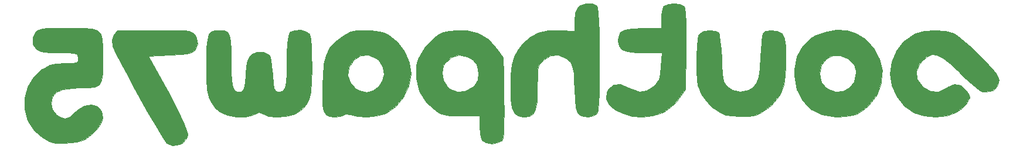
<source format=gbl>
G04 #@! TF.GenerationSoftware,KiCad,Pcbnew,(5.1.4)-1*
G04 #@! TF.CreationDate,2020-09-27T05:02:13-04:00*
G04 #@! TF.ProjectId,southpawcase,736f7574-6870-4617-9763-6173652e6b69,rev?*
G04 #@! TF.SameCoordinates,Original*
G04 #@! TF.FileFunction,Copper,L2,Bot*
G04 #@! TF.FilePolarity,Positive*
%FSLAX46Y46*%
G04 Gerber Fmt 4.6, Leading zero omitted, Abs format (unit mm)*
G04 Created by KiCad (PCBNEW (5.1.4)-1) date 2020-09-27 05:02:13*
%MOMM*%
%LPD*%
G04 APERTURE LIST*
G04 #@! TA.AperFunction,EtchedComponent*
%ADD10C,0.010000*%
G04 #@! TD*
G04 APERTURE END LIST*
D10*
G04 #@! TO.C,G\002A\002A\002A*
G36*
X130571094Y-49235399D02*
G01*
X130252346Y-49970181D01*
X130358416Y-50758600D01*
X130390709Y-50854431D01*
X130651944Y-51451117D01*
X131145337Y-52442798D01*
X131822414Y-53742038D01*
X132634700Y-55261396D01*
X133533718Y-56913435D01*
X134470996Y-58610715D01*
X135398056Y-60265798D01*
X136266424Y-61791244D01*
X137027625Y-63099616D01*
X137633184Y-64103473D01*
X138034625Y-64715378D01*
X138151944Y-64854044D01*
X139044357Y-65202496D01*
X140053793Y-65032497D01*
X140539319Y-64762393D01*
X141099091Y-64038633D01*
X141201001Y-63492393D01*
X141061544Y-62985729D01*
X140674086Y-62051506D01*
X140082610Y-60783631D01*
X139331095Y-59276015D01*
X138463523Y-57622564D01*
X138374963Y-57458161D01*
X135551379Y-52228750D01*
X138701341Y-52079338D01*
X140156303Y-51995220D01*
X141131677Y-51891309D01*
X141745507Y-51743504D01*
X142115837Y-51527707D01*
X142274438Y-51349871D01*
X142664108Y-50476977D01*
X142495864Y-49598338D01*
X142232394Y-49157593D01*
X142043410Y-48920827D01*
X141798611Y-48748251D01*
X141409169Y-48629729D01*
X140786259Y-48555126D01*
X139841055Y-48514306D01*
X138484730Y-48497132D01*
X136628460Y-48493469D01*
X136412224Y-48493455D01*
X131057234Y-48493455D01*
X130571094Y-49235399D01*
X130571094Y-49235399D01*
G37*
X130571094Y-49235399D02*
X130252346Y-49970181D01*
X130358416Y-50758600D01*
X130390709Y-50854431D01*
X130651944Y-51451117D01*
X131145337Y-52442798D01*
X131822414Y-53742038D01*
X132634700Y-55261396D01*
X133533718Y-56913435D01*
X134470996Y-58610715D01*
X135398056Y-60265798D01*
X136266424Y-61791244D01*
X137027625Y-63099616D01*
X137633184Y-64103473D01*
X138034625Y-64715378D01*
X138151944Y-64854044D01*
X139044357Y-65202496D01*
X140053793Y-65032497D01*
X140539319Y-64762393D01*
X141099091Y-64038633D01*
X141201001Y-63492393D01*
X141061544Y-62985729D01*
X140674086Y-62051506D01*
X140082610Y-60783631D01*
X139331095Y-59276015D01*
X138463523Y-57622564D01*
X138374963Y-57458161D01*
X135551379Y-52228750D01*
X138701341Y-52079338D01*
X140156303Y-51995220D01*
X141131677Y-51891309D01*
X141745507Y-51743504D01*
X142115837Y-51527707D01*
X142274438Y-51349871D01*
X142664108Y-50476977D01*
X142495864Y-49598338D01*
X142232394Y-49157593D01*
X142043410Y-48920827D01*
X141798611Y-48748251D01*
X141409169Y-48629729D01*
X140786259Y-48555126D01*
X139841055Y-48514306D01*
X138484730Y-48497132D01*
X136628460Y-48493469D01*
X136412224Y-48493455D01*
X131057234Y-48493455D01*
X130571094Y-49235399D01*
G36*
X178937525Y-48640554D02*
G01*
X178106312Y-48816842D01*
X177434548Y-49147139D01*
X176860092Y-49571776D01*
X175371113Y-51061397D01*
X174467719Y-52661537D01*
X174222280Y-53580415D01*
X174182648Y-55510314D01*
X174684477Y-57343949D01*
X175676762Y-58960161D01*
X176991920Y-60159776D01*
X177596865Y-60524164D01*
X178220940Y-60744809D01*
X179038448Y-60856243D01*
X180223688Y-60893001D01*
X180700973Y-60894632D01*
X183337574Y-60894632D01*
X183337574Y-62333689D01*
X183420107Y-63618503D01*
X183710190Y-64416827D01*
X184271546Y-64822256D01*
X185104439Y-64928750D01*
X185942731Y-64824205D01*
X186540587Y-64566363D01*
X186606017Y-64502944D01*
X186738884Y-64123703D01*
X186829003Y-63328330D01*
X186878309Y-62070478D01*
X186888735Y-60303796D01*
X186866724Y-58256033D01*
X186811202Y-54768750D01*
X183174579Y-54768750D01*
X183075074Y-55727461D01*
X182693800Y-56404358D01*
X182342942Y-56742817D01*
X181251624Y-57354008D01*
X180109634Y-57437818D01*
X179060157Y-56997204D01*
X178691540Y-56667467D01*
X178155758Y-55747118D01*
X177958405Y-54654527D01*
X178124848Y-53637638D01*
X178341783Y-53248737D01*
X179296558Y-52434015D01*
X180431070Y-52120971D01*
X181591534Y-52327054D01*
X182342942Y-52794682D01*
X182919811Y-53441489D01*
X183150355Y-54216872D01*
X183174579Y-54768750D01*
X186811202Y-54768750D01*
X186774044Y-52434927D01*
X185833222Y-51137184D01*
X184598535Y-49786304D01*
X183177580Y-48945276D01*
X181469162Y-48568060D01*
X180147151Y-48550226D01*
X178937525Y-48640554D01*
X178937525Y-48640554D01*
G37*
X178937525Y-48640554D02*
X178106312Y-48816842D01*
X177434548Y-49147139D01*
X176860092Y-49571776D01*
X175371113Y-51061397D01*
X174467719Y-52661537D01*
X174222280Y-53580415D01*
X174182648Y-55510314D01*
X174684477Y-57343949D01*
X175676762Y-58960161D01*
X176991920Y-60159776D01*
X177596865Y-60524164D01*
X178220940Y-60744809D01*
X179038448Y-60856243D01*
X180223688Y-60893001D01*
X180700973Y-60894632D01*
X183337574Y-60894632D01*
X183337574Y-62333689D01*
X183420107Y-63618503D01*
X183710190Y-64416827D01*
X184271546Y-64822256D01*
X185104439Y-64928750D01*
X185942731Y-64824205D01*
X186540587Y-64566363D01*
X186606017Y-64502944D01*
X186738884Y-64123703D01*
X186829003Y-63328330D01*
X186878309Y-62070478D01*
X186888735Y-60303796D01*
X186866724Y-58256033D01*
X186811202Y-54768750D01*
X183174579Y-54768750D01*
X183075074Y-55727461D01*
X182693800Y-56404358D01*
X182342942Y-56742817D01*
X181251624Y-57354008D01*
X180109634Y-57437818D01*
X179060157Y-56997204D01*
X178691540Y-56667467D01*
X178155758Y-55747118D01*
X177958405Y-54654527D01*
X178124848Y-53637638D01*
X178341783Y-53248737D01*
X179296558Y-52434015D01*
X180431070Y-52120971D01*
X181591534Y-52327054D01*
X182342942Y-52794682D01*
X182919811Y-53441489D01*
X183150355Y-54216872D01*
X183174579Y-54768750D01*
X186811202Y-54768750D01*
X186774044Y-52434927D01*
X185833222Y-51137184D01*
X184598535Y-49786304D01*
X183177580Y-48945276D01*
X181469162Y-48568060D01*
X180147151Y-48550226D01*
X178937525Y-48640554D01*
G36*
X123819770Y-48194632D02*
G01*
X122158762Y-48203622D01*
X120990740Y-48238988D01*
X120211198Y-48313329D01*
X119715634Y-48439241D01*
X119399543Y-48629321D01*
X119286240Y-48741103D01*
X118856701Y-49591730D01*
X118880800Y-50526193D01*
X119338162Y-51285965D01*
X119763607Y-51537924D01*
X120443496Y-51691674D01*
X121501781Y-51765864D01*
X122625221Y-51780514D01*
X123912850Y-51786187D01*
X124716765Y-51823910D01*
X125150898Y-51924740D01*
X125329179Y-52119733D01*
X125365540Y-52439947D01*
X125365809Y-52527573D01*
X125330302Y-52933883D01*
X125132425Y-53157567D01*
X124635140Y-53252967D01*
X123701412Y-53274428D01*
X123481960Y-53274632D01*
X122265217Y-53330383D01*
X121349986Y-53549034D01*
X120446321Y-54007681D01*
X120237964Y-54137211D01*
X118927663Y-55289987D01*
X118059948Y-56728329D01*
X117634817Y-58336179D01*
X117652271Y-59997480D01*
X118112311Y-61596176D01*
X119014936Y-63016209D01*
X120237964Y-64066170D01*
X121197676Y-64593147D01*
X122105251Y-64849156D01*
X123266256Y-64916090D01*
X123407254Y-64915543D01*
X125162222Y-64732218D01*
X126300814Y-64329314D01*
X127333768Y-63627007D01*
X128207393Y-62752808D01*
X128787997Y-61862672D01*
X128951691Y-61237018D01*
X128728524Y-60194968D01*
X128135840Y-59530378D01*
X127288869Y-59271133D01*
X126302839Y-59445115D01*
X125292980Y-60080209D01*
X125066985Y-60296985D01*
X124214235Y-61045649D01*
X123501691Y-61297298D01*
X122775731Y-61075348D01*
X122268461Y-60723531D01*
X121639055Y-59970455D01*
X121481103Y-59101691D01*
X121646774Y-58150002D01*
X122182313Y-57484337D01*
X123145513Y-57072542D01*
X124594167Y-56882461D01*
X125509206Y-56860514D01*
X126843365Y-56837167D01*
X127779045Y-56707166D01*
X128386856Y-56380570D01*
X128737411Y-55767438D01*
X128901319Y-54777830D01*
X128949191Y-53321805D01*
X128951691Y-52475652D01*
X128945271Y-50923655D01*
X128870570Y-49800736D01*
X128644433Y-49037524D01*
X128183702Y-48564650D01*
X127405220Y-48312746D01*
X126225829Y-48212441D01*
X124562373Y-48194367D01*
X123819770Y-48194632D01*
X123819770Y-48194632D01*
G37*
X123819770Y-48194632D02*
X122158762Y-48203622D01*
X120990740Y-48238988D01*
X120211198Y-48313329D01*
X119715634Y-48439241D01*
X119399543Y-48629321D01*
X119286240Y-48741103D01*
X118856701Y-49591730D01*
X118880800Y-50526193D01*
X119338162Y-51285965D01*
X119763607Y-51537924D01*
X120443496Y-51691674D01*
X121501781Y-51765864D01*
X122625221Y-51780514D01*
X123912850Y-51786187D01*
X124716765Y-51823910D01*
X125150898Y-51924740D01*
X125329179Y-52119733D01*
X125365540Y-52439947D01*
X125365809Y-52527573D01*
X125330302Y-52933883D01*
X125132425Y-53157567D01*
X124635140Y-53252967D01*
X123701412Y-53274428D01*
X123481960Y-53274632D01*
X122265217Y-53330383D01*
X121349986Y-53549034D01*
X120446321Y-54007681D01*
X120237964Y-54137211D01*
X118927663Y-55289987D01*
X118059948Y-56728329D01*
X117634817Y-58336179D01*
X117652271Y-59997480D01*
X118112311Y-61596176D01*
X119014936Y-63016209D01*
X120237964Y-64066170D01*
X121197676Y-64593147D01*
X122105251Y-64849156D01*
X123266256Y-64916090D01*
X123407254Y-64915543D01*
X125162222Y-64732218D01*
X126300814Y-64329314D01*
X127333768Y-63627007D01*
X128207393Y-62752808D01*
X128787997Y-61862672D01*
X128951691Y-61237018D01*
X128728524Y-60194968D01*
X128135840Y-59530378D01*
X127288869Y-59271133D01*
X126302839Y-59445115D01*
X125292980Y-60080209D01*
X125066985Y-60296985D01*
X124214235Y-61045649D01*
X123501691Y-61297298D01*
X122775731Y-61075348D01*
X122268461Y-60723531D01*
X121639055Y-59970455D01*
X121481103Y-59101691D01*
X121646774Y-58150002D01*
X122182313Y-57484337D01*
X123145513Y-57072542D01*
X124594167Y-56882461D01*
X125509206Y-56860514D01*
X126843365Y-56837167D01*
X127779045Y-56707166D01*
X128386856Y-56380570D01*
X128737411Y-55767438D01*
X128901319Y-54777830D01*
X128949191Y-53321805D01*
X128951691Y-52475652D01*
X128945271Y-50923655D01*
X128870570Y-49800736D01*
X128644433Y-49037524D01*
X128183702Y-48564650D01*
X127405220Y-48312746D01*
X126225829Y-48212441D01*
X124562373Y-48194367D01*
X123819770Y-48194632D01*
G36*
X247668653Y-48610980D02*
G01*
X246371664Y-48960607D01*
X246153316Y-49062022D01*
X244623766Y-50143450D01*
X243531547Y-51527067D01*
X242876913Y-53111359D01*
X242660114Y-54794811D01*
X242881403Y-56475905D01*
X243541031Y-58053128D01*
X244639251Y-59424964D01*
X246125023Y-60464002D01*
X247561250Y-60927692D01*
X249227372Y-61057772D01*
X250875309Y-60858390D01*
X252207462Y-60362280D01*
X253051804Y-59762092D01*
X253715196Y-59081791D01*
X253844855Y-58886773D01*
X254115672Y-58291605D01*
X254054129Y-57825309D01*
X253674399Y-57247738D01*
X252847405Y-56502316D01*
X251923020Y-56346038D01*
X250916918Y-56781190D01*
X250843105Y-56834399D01*
X249674167Y-57390931D01*
X248515475Y-57358904D01*
X247430839Y-56742766D01*
X247262822Y-56584677D01*
X246536502Y-55538596D01*
X246405283Y-54469444D01*
X246869168Y-53409243D01*
X247262822Y-52952822D01*
X247983857Y-52337956D01*
X248667338Y-52045972D01*
X249395703Y-52103914D01*
X250251390Y-52538826D01*
X251316836Y-53377753D01*
X252674480Y-54647740D01*
X252798162Y-54768750D01*
X253995884Y-55919960D01*
X254876685Y-56698808D01*
X255530245Y-57170946D01*
X256046245Y-57402026D01*
X256471859Y-57458161D01*
X257500969Y-57224758D01*
X258148788Y-56572487D01*
X258342279Y-55712680D01*
X258236469Y-55252841D01*
X257880056Y-54660627D01*
X257214564Y-53861275D01*
X256181521Y-52780023D01*
X255578162Y-52178614D01*
X254447712Y-51098606D01*
X253377665Y-50139645D01*
X252484308Y-49401954D01*
X251883932Y-48985757D01*
X251857707Y-48972163D01*
X250666709Y-48612741D01*
X249185346Y-48493686D01*
X247668653Y-48610980D01*
X247668653Y-48610980D01*
G37*
X247668653Y-48610980D02*
X246371664Y-48960607D01*
X246153316Y-49062022D01*
X244623766Y-50143450D01*
X243531547Y-51527067D01*
X242876913Y-53111359D01*
X242660114Y-54794811D01*
X242881403Y-56475905D01*
X243541031Y-58053128D01*
X244639251Y-59424964D01*
X246125023Y-60464002D01*
X247561250Y-60927692D01*
X249227372Y-61057772D01*
X250875309Y-60858390D01*
X252207462Y-60362280D01*
X253051804Y-59762092D01*
X253715196Y-59081791D01*
X253844855Y-58886773D01*
X254115672Y-58291605D01*
X254054129Y-57825309D01*
X253674399Y-57247738D01*
X252847405Y-56502316D01*
X251923020Y-56346038D01*
X250916918Y-56781190D01*
X250843105Y-56834399D01*
X249674167Y-57390931D01*
X248515475Y-57358904D01*
X247430839Y-56742766D01*
X247262822Y-56584677D01*
X246536502Y-55538596D01*
X246405283Y-54469444D01*
X246869168Y-53409243D01*
X247262822Y-52952822D01*
X247983857Y-52337956D01*
X248667338Y-52045972D01*
X249395703Y-52103914D01*
X250251390Y-52538826D01*
X251316836Y-53377753D01*
X252674480Y-54647740D01*
X252798162Y-54768750D01*
X253995884Y-55919960D01*
X254876685Y-56698808D01*
X255530245Y-57170946D01*
X256046245Y-57402026D01*
X256471859Y-57458161D01*
X257500969Y-57224758D01*
X258148788Y-56572487D01*
X258342279Y-55712680D01*
X258236469Y-55252841D01*
X257880056Y-54660627D01*
X257214564Y-53861275D01*
X256181521Y-52780023D01*
X255578162Y-52178614D01*
X254447712Y-51098606D01*
X253377665Y-50139645D01*
X252484308Y-49401954D01*
X251883932Y-48985757D01*
X251857707Y-48972163D01*
X250666709Y-48612741D01*
X249185346Y-48493686D01*
X247668653Y-48610980D01*
G36*
X233202133Y-48756633D02*
G01*
X231773655Y-49319700D01*
X231409276Y-49548378D01*
X230025793Y-50825567D01*
X229168418Y-52357009D01*
X228817156Y-54185792D01*
X228819522Y-55129401D01*
X229176287Y-57115170D01*
X229991196Y-58734175D01*
X231225744Y-59949870D01*
X232841422Y-60725709D01*
X234799724Y-61025146D01*
X235034044Y-61027431D01*
X236210195Y-60962400D01*
X237276221Y-60800696D01*
X237872868Y-60625548D01*
X238696255Y-60136885D01*
X239527766Y-59462704D01*
X239618849Y-59373455D01*
X240766432Y-57834994D01*
X241390589Y-56139697D01*
X241483865Y-54754564D01*
X237723456Y-54754564D01*
X237473907Y-55944084D01*
X236813753Y-56824492D01*
X235875735Y-57335590D01*
X234792594Y-57417178D01*
X233697070Y-57009058D01*
X233339264Y-56742817D01*
X232762395Y-56096010D01*
X232531852Y-55320627D01*
X232507627Y-54768750D01*
X232750363Y-53556312D01*
X233396134Y-52681466D01*
X234321286Y-52199349D01*
X235402164Y-52165099D01*
X236515115Y-52633853D01*
X236804058Y-52852960D01*
X237457951Y-53555111D01*
X237705255Y-54339937D01*
X237723456Y-54754564D01*
X241483865Y-54754564D01*
X241508753Y-54384999D01*
X241138358Y-52668332D01*
X240296837Y-51087132D01*
X239001624Y-49738832D01*
X237752753Y-48943989D01*
X236414342Y-48547563D01*
X234823249Y-48492182D01*
X233202133Y-48756633D01*
X233202133Y-48756633D01*
G37*
X233202133Y-48756633D02*
X231773655Y-49319700D01*
X231409276Y-49548378D01*
X230025793Y-50825567D01*
X229168418Y-52357009D01*
X228817156Y-54185792D01*
X228819522Y-55129401D01*
X229176287Y-57115170D01*
X229991196Y-58734175D01*
X231225744Y-59949870D01*
X232841422Y-60725709D01*
X234799724Y-61025146D01*
X235034044Y-61027431D01*
X236210195Y-60962400D01*
X237276221Y-60800696D01*
X237872868Y-60625548D01*
X238696255Y-60136885D01*
X239527766Y-59462704D01*
X239618849Y-59373455D01*
X240766432Y-57834994D01*
X241390589Y-56139697D01*
X241483865Y-54754564D01*
X237723456Y-54754564D01*
X237473907Y-55944084D01*
X236813753Y-56824492D01*
X235875735Y-57335590D01*
X234792594Y-57417178D01*
X233697070Y-57009058D01*
X233339264Y-56742817D01*
X232762395Y-56096010D01*
X232531852Y-55320627D01*
X232507627Y-54768750D01*
X232750363Y-53556312D01*
X233396134Y-52681466D01*
X234321286Y-52199349D01*
X235402164Y-52165099D01*
X236515115Y-52633853D01*
X236804058Y-52852960D01*
X237457951Y-53555111D01*
X237705255Y-54339937D01*
X237723456Y-54754564D01*
X241483865Y-54754564D01*
X241508753Y-54384999D01*
X241138358Y-52668332D01*
X240296837Y-51087132D01*
X239001624Y-49738832D01*
X237752753Y-48943989D01*
X236414342Y-48547563D01*
X234823249Y-48492182D01*
X233202133Y-48756633D01*
G36*
X224663526Y-48643915D02*
G01*
X224345458Y-48866985D01*
X224208588Y-49307692D01*
X224078634Y-50202158D01*
X223972945Y-51406582D01*
X223921873Y-52378161D01*
X223817516Y-54104603D01*
X223634422Y-55339674D01*
X223336034Y-56188160D01*
X222885799Y-56754847D01*
X222261383Y-57138072D01*
X221024594Y-57439929D01*
X219892691Y-57156212D01*
X219288345Y-56737473D01*
X218924152Y-56395526D01*
X218677697Y-56031120D01*
X218518806Y-55518743D01*
X218417302Y-54732882D01*
X218343011Y-53548026D01*
X218300505Y-52628650D01*
X218220011Y-51239306D01*
X218116095Y-50055359D01*
X218003005Y-49213634D01*
X217908761Y-48866985D01*
X217417763Y-48580373D01*
X216628778Y-48506756D01*
X215798687Y-48637080D01*
X215184370Y-48962291D01*
X215183624Y-48963035D01*
X214972376Y-49297554D01*
X214832421Y-49868486D01*
X214751510Y-50779824D01*
X214717395Y-52135559D01*
X214714044Y-52950153D01*
X214727121Y-54520549D01*
X214780354Y-55639665D01*
X214894749Y-56453561D01*
X215091314Y-57108296D01*
X215391054Y-57749929D01*
X215409339Y-57784691D01*
X216102374Y-58779609D01*
X217019166Y-59717563D01*
X217370524Y-59993305D01*
X218176288Y-60493699D01*
X218966373Y-60783482D01*
X219976427Y-60930684D01*
X220784053Y-60978778D01*
X222243381Y-60978513D01*
X223276818Y-60813997D01*
X223828162Y-60591207D01*
X225411689Y-59450328D01*
X226634780Y-57976055D01*
X226996927Y-57308750D01*
X227286022Y-56373744D01*
X227483716Y-55112634D01*
X227589654Y-53672675D01*
X227603481Y-52201122D01*
X227524842Y-50845232D01*
X227353383Y-49752260D01*
X227088748Y-49069462D01*
X227016985Y-48988005D01*
X226312111Y-48624658D01*
X225439060Y-48505950D01*
X224663526Y-48643915D01*
X224663526Y-48643915D01*
G37*
X224663526Y-48643915D02*
X224345458Y-48866985D01*
X224208588Y-49307692D01*
X224078634Y-50202158D01*
X223972945Y-51406582D01*
X223921873Y-52378161D01*
X223817516Y-54104603D01*
X223634422Y-55339674D01*
X223336034Y-56188160D01*
X222885799Y-56754847D01*
X222261383Y-57138072D01*
X221024594Y-57439929D01*
X219892691Y-57156212D01*
X219288345Y-56737473D01*
X218924152Y-56395526D01*
X218677697Y-56031120D01*
X218518806Y-55518743D01*
X218417302Y-54732882D01*
X218343011Y-53548026D01*
X218300505Y-52628650D01*
X218220011Y-51239306D01*
X218116095Y-50055359D01*
X218003005Y-49213634D01*
X217908761Y-48866985D01*
X217417763Y-48580373D01*
X216628778Y-48506756D01*
X215798687Y-48637080D01*
X215184370Y-48962291D01*
X215183624Y-48963035D01*
X214972376Y-49297554D01*
X214832421Y-49868486D01*
X214751510Y-50779824D01*
X214717395Y-52135559D01*
X214714044Y-52950153D01*
X214727121Y-54520549D01*
X214780354Y-55639665D01*
X214894749Y-56453561D01*
X215091314Y-57108296D01*
X215391054Y-57749929D01*
X215409339Y-57784691D01*
X216102374Y-58779609D01*
X217019166Y-59717563D01*
X217370524Y-59993305D01*
X218176288Y-60493699D01*
X218966373Y-60783482D01*
X219976427Y-60930684D01*
X220784053Y-60978778D01*
X222243381Y-60978513D01*
X223276818Y-60813997D01*
X223828162Y-60591207D01*
X225411689Y-59450328D01*
X226634780Y-57976055D01*
X226996927Y-57308750D01*
X227286022Y-56373744D01*
X227483716Y-55112634D01*
X227589654Y-53672675D01*
X227603481Y-52201122D01*
X227524842Y-50845232D01*
X227353383Y-49752260D01*
X227088748Y-49069462D01*
X227016985Y-48988005D01*
X226312111Y-48624658D01*
X225439060Y-48505950D01*
X224663526Y-48643915D01*
G36*
X210618657Y-44690845D02*
G01*
X210007070Y-44953439D01*
X209992632Y-44967338D01*
X209779486Y-45463267D01*
X209651044Y-46307765D01*
X209634044Y-46760279D01*
X209634044Y-48194632D01*
X206990946Y-48194632D01*
X205421650Y-48251237D01*
X204358133Y-48449363D01*
X203716793Y-48831471D01*
X203414029Y-49440025D01*
X203358750Y-50039495D01*
X203485056Y-50790229D01*
X203916008Y-51302533D01*
X204729658Y-51612888D01*
X206004059Y-51757775D01*
X207083780Y-51780514D01*
X209715868Y-51780514D01*
X209554722Y-53788059D01*
X209432215Y-54922126D01*
X209237803Y-55659665D01*
X208894165Y-56201772D01*
X208463213Y-56626883D01*
X207474317Y-57274506D01*
X206457448Y-57403971D01*
X205286458Y-57021127D01*
X204862891Y-56793851D01*
X203720389Y-56366273D01*
X202739004Y-56442554D01*
X202009441Y-57001708D01*
X201745709Y-57515033D01*
X201678249Y-58466789D01*
X202108039Y-59318919D01*
X202938365Y-60038061D01*
X204072516Y-60590856D01*
X205413777Y-60943941D01*
X206865438Y-61063956D01*
X208330784Y-60917540D01*
X209713104Y-60471332D01*
X209960574Y-60348749D01*
X210953506Y-59656999D01*
X211892344Y-58740064D01*
X212174044Y-58381720D01*
X213070515Y-57109986D01*
X213163195Y-51285173D01*
X213185886Y-49023748D01*
X213171458Y-47312582D01*
X213117979Y-46105326D01*
X213023516Y-45355627D01*
X212902488Y-45034555D01*
X212343527Y-44737805D01*
X211489863Y-44621101D01*
X210618657Y-44690845D01*
X210618657Y-44690845D01*
G37*
X210618657Y-44690845D02*
X210007070Y-44953439D01*
X209992632Y-44967338D01*
X209779486Y-45463267D01*
X209651044Y-46307765D01*
X209634044Y-46760279D01*
X209634044Y-48194632D01*
X206990946Y-48194632D01*
X205421650Y-48251237D01*
X204358133Y-48449363D01*
X203716793Y-48831471D01*
X203414029Y-49440025D01*
X203358750Y-50039495D01*
X203485056Y-50790229D01*
X203916008Y-51302533D01*
X204729658Y-51612888D01*
X206004059Y-51757775D01*
X207083780Y-51780514D01*
X209715868Y-51780514D01*
X209554722Y-53788059D01*
X209432215Y-54922126D01*
X209237803Y-55659665D01*
X208894165Y-56201772D01*
X208463213Y-56626883D01*
X207474317Y-57274506D01*
X206457448Y-57403971D01*
X205286458Y-57021127D01*
X204862891Y-56793851D01*
X203720389Y-56366273D01*
X202739004Y-56442554D01*
X202009441Y-57001708D01*
X201745709Y-57515033D01*
X201678249Y-58466789D01*
X202108039Y-59318919D01*
X202938365Y-60038061D01*
X204072516Y-60590856D01*
X205413777Y-60943941D01*
X206865438Y-61063956D01*
X208330784Y-60917540D01*
X209713104Y-60471332D01*
X209960574Y-60348749D01*
X210953506Y-59656999D01*
X211892344Y-58740064D01*
X212174044Y-58381720D01*
X213070515Y-57109986D01*
X213163195Y-51285173D01*
X213185886Y-49023748D01*
X213171458Y-47312582D01*
X213117979Y-46105326D01*
X213023516Y-45355627D01*
X212902488Y-45034555D01*
X212343527Y-44737805D01*
X211489863Y-44621101D01*
X210618657Y-44690845D01*
G36*
X197916752Y-44899137D02*
G01*
X197578005Y-45155220D01*
X197207866Y-45953662D01*
X197083456Y-47182047D01*
X197083456Y-48662404D01*
X195018977Y-48545750D01*
X193246152Y-48551778D01*
X191863474Y-48836923D01*
X190705976Y-49458869D01*
X189659549Y-50419777D01*
X188887785Y-51377404D01*
X188357960Y-52377660D01*
X188030234Y-53560331D01*
X187864770Y-55065202D01*
X187821593Y-56868730D01*
X187868423Y-58565395D01*
X188036144Y-59750683D01*
X188362128Y-60504997D01*
X188883748Y-60908743D01*
X189638375Y-61042324D01*
X189762279Y-61044044D01*
X190536140Y-60948570D01*
X191080839Y-60608366D01*
X191432450Y-59942763D01*
X191627049Y-58871089D01*
X191700711Y-57312673D01*
X191704632Y-56700520D01*
X191712761Y-55323068D01*
X191757531Y-54403947D01*
X191869514Y-53803871D01*
X192079285Y-53383556D01*
X192417418Y-53003716D01*
X192542748Y-52882304D01*
X193606311Y-52213329D01*
X194740448Y-52123128D01*
X195859196Y-52613691D01*
X196095037Y-52800026D01*
X196455200Y-53137128D01*
X196700196Y-53495306D01*
X196859051Y-53997823D01*
X196960790Y-54767945D01*
X197034438Y-55928934D01*
X197082877Y-56995110D01*
X197168747Y-58617516D01*
X197292773Y-59735869D01*
X197501375Y-60443707D01*
X197840974Y-60834568D01*
X198357990Y-61001989D01*
X199090001Y-61039468D01*
X199981425Y-60853355D01*
X200360001Y-60466042D01*
X200466839Y-59972589D01*
X200551953Y-58999374D01*
X200615663Y-57646747D01*
X200658287Y-56015057D01*
X200680144Y-54204653D01*
X200681553Y-52315885D01*
X200662833Y-50449101D01*
X200624302Y-48704650D01*
X200566280Y-47182883D01*
X200489086Y-45984148D01*
X200393038Y-45208795D01*
X200310750Y-44967338D01*
X199644574Y-44660924D01*
X198751753Y-44644710D01*
X197916752Y-44899137D01*
X197916752Y-44899137D01*
G37*
X197916752Y-44899137D02*
X197578005Y-45155220D01*
X197207866Y-45953662D01*
X197083456Y-47182047D01*
X197083456Y-48662404D01*
X195018977Y-48545750D01*
X193246152Y-48551778D01*
X191863474Y-48836923D01*
X190705976Y-49458869D01*
X189659549Y-50419777D01*
X188887785Y-51377404D01*
X188357960Y-52377660D01*
X188030234Y-53560331D01*
X187864770Y-55065202D01*
X187821593Y-56868730D01*
X187868423Y-58565395D01*
X188036144Y-59750683D01*
X188362128Y-60504997D01*
X188883748Y-60908743D01*
X189638375Y-61042324D01*
X189762279Y-61044044D01*
X190536140Y-60948570D01*
X191080839Y-60608366D01*
X191432450Y-59942763D01*
X191627049Y-58871089D01*
X191700711Y-57312673D01*
X191704632Y-56700520D01*
X191712761Y-55323068D01*
X191757531Y-54403947D01*
X191869514Y-53803871D01*
X192079285Y-53383556D01*
X192417418Y-53003716D01*
X192542748Y-52882304D01*
X193606311Y-52213329D01*
X194740448Y-52123128D01*
X195859196Y-52613691D01*
X196095037Y-52800026D01*
X196455200Y-53137128D01*
X196700196Y-53495306D01*
X196859051Y-53997823D01*
X196960790Y-54767945D01*
X197034438Y-55928934D01*
X197082877Y-56995110D01*
X197168747Y-58617516D01*
X197292773Y-59735869D01*
X197501375Y-60443707D01*
X197840974Y-60834568D01*
X198357990Y-61001989D01*
X199090001Y-61039468D01*
X199981425Y-60853355D01*
X200360001Y-60466042D01*
X200466839Y-59972589D01*
X200551953Y-58999374D01*
X200615663Y-57646747D01*
X200658287Y-56015057D01*
X200680144Y-54204653D01*
X200681553Y-52315885D01*
X200662833Y-50449101D01*
X200624302Y-48704650D01*
X200566280Y-47182883D01*
X200489086Y-45984148D01*
X200393038Y-45208795D01*
X200310750Y-44967338D01*
X199644574Y-44660924D01*
X198751753Y-44644710D01*
X197916752Y-44899137D01*
G36*
X165629480Y-48536940D02*
G01*
X164778476Y-48721282D01*
X163964356Y-49127314D01*
X163445688Y-49464632D01*
X162424386Y-50255495D01*
X161689050Y-51106349D01*
X161191985Y-52135154D01*
X160885494Y-53459873D01*
X160721884Y-55198467D01*
X160677259Y-56311566D01*
X160649066Y-58100634D01*
X160702875Y-59377959D01*
X160869381Y-60227239D01*
X161179280Y-60732173D01*
X161663265Y-60976458D01*
X162352031Y-61043793D01*
X162412805Y-61044044D01*
X163202876Y-60976733D01*
X163704693Y-60809708D01*
X163757576Y-60756638D01*
X164173140Y-60622881D01*
X164691135Y-60756638D01*
X165737020Y-60976996D01*
X167073255Y-61027133D01*
X168435701Y-60917570D01*
X169560221Y-60658830D01*
X169813939Y-60552586D01*
X171227173Y-59556454D01*
X172378274Y-58167228D01*
X173161673Y-56551777D01*
X173471802Y-54876969D01*
X173472099Y-54851486D01*
X169591603Y-54851486D01*
X169347694Y-55830702D01*
X168785674Y-56665992D01*
X167985845Y-57255891D01*
X167028509Y-57498930D01*
X165993967Y-57293644D01*
X165515835Y-57021827D01*
X164716557Y-56144143D01*
X164355149Y-55041553D01*
X164494992Y-53914593D01*
X164516621Y-53860378D01*
X165215085Y-52808340D01*
X166171575Y-52205920D01*
X167251488Y-52084303D01*
X168320218Y-52474672D01*
X168803884Y-52867145D01*
X169437100Y-53829812D01*
X169591603Y-54851486D01*
X173472099Y-54851486D01*
X173473064Y-54768750D01*
X173216436Y-53188563D01*
X172520015Y-51618564D01*
X171494001Y-50229189D01*
X170248590Y-49190875D01*
X169675995Y-48896009D01*
X168853290Y-48679056D01*
X167716186Y-48532905D01*
X166796237Y-48493455D01*
X165629480Y-48536940D01*
X165629480Y-48536940D01*
G37*
X165629480Y-48536940D02*
X164778476Y-48721282D01*
X163964356Y-49127314D01*
X163445688Y-49464632D01*
X162424386Y-50255495D01*
X161689050Y-51106349D01*
X161191985Y-52135154D01*
X160885494Y-53459873D01*
X160721884Y-55198467D01*
X160677259Y-56311566D01*
X160649066Y-58100634D01*
X160702875Y-59377959D01*
X160869381Y-60227239D01*
X161179280Y-60732173D01*
X161663265Y-60976458D01*
X162352031Y-61043793D01*
X162412805Y-61044044D01*
X163202876Y-60976733D01*
X163704693Y-60809708D01*
X163757576Y-60756638D01*
X164173140Y-60622881D01*
X164691135Y-60756638D01*
X165737020Y-60976996D01*
X167073255Y-61027133D01*
X168435701Y-60917570D01*
X169560221Y-60658830D01*
X169813939Y-60552586D01*
X171227173Y-59556454D01*
X172378274Y-58167228D01*
X173161673Y-56551777D01*
X173471802Y-54876969D01*
X173472099Y-54851486D01*
X169591603Y-54851486D01*
X169347694Y-55830702D01*
X168785674Y-56665992D01*
X167985845Y-57255891D01*
X167028509Y-57498930D01*
X165993967Y-57293644D01*
X165515835Y-57021827D01*
X164716557Y-56144143D01*
X164355149Y-55041553D01*
X164494992Y-53914593D01*
X164516621Y-53860378D01*
X165215085Y-52808340D01*
X166171575Y-52205920D01*
X167251488Y-52084303D01*
X168320218Y-52474672D01*
X168803884Y-52867145D01*
X169437100Y-53829812D01*
X169591603Y-54851486D01*
X173472099Y-54851486D01*
X173473064Y-54768750D01*
X173216436Y-53188563D01*
X172520015Y-51618564D01*
X171494001Y-50229189D01*
X170248590Y-49190875D01*
X169675995Y-48896009D01*
X168853290Y-48679056D01*
X167716186Y-48532905D01*
X166796237Y-48493455D01*
X165629480Y-48536940D01*
G36*
X156634181Y-48526568D02*
G01*
X155960186Y-48802572D01*
X155905574Y-48852044D01*
X155727545Y-49341544D01*
X155610445Y-50399545D01*
X155553352Y-52036698D01*
X155546985Y-52998984D01*
X155524503Y-54777131D01*
X155440914Y-56034705D01*
X155272005Y-56847639D01*
X154993563Y-57291866D01*
X154581374Y-57443320D01*
X154141929Y-57405263D01*
X153865351Y-57262075D01*
X153680649Y-56880759D01*
X153556116Y-56143530D01*
X153460042Y-54932599D01*
X153455221Y-54854287D01*
X153351283Y-53682276D01*
X153207403Y-52736252D01*
X153050189Y-52178865D01*
X153006985Y-52114182D01*
X152156930Y-51661955D01*
X151173496Y-51674360D01*
X150448091Y-52033788D01*
X150066551Y-52417812D01*
X149825291Y-52919192D01*
X149676945Y-53696024D01*
X149574144Y-54906409D01*
X149570515Y-54962866D01*
X149471590Y-56171418D01*
X149342277Y-56902192D01*
X149148875Y-57275045D01*
X148883807Y-57405292D01*
X148347949Y-57432459D01*
X147965099Y-57227264D01*
X147711042Y-56713768D01*
X147561563Y-55816036D01*
X147492450Y-54458133D01*
X147478750Y-52998984D01*
X147463507Y-51267240D01*
X147395922Y-50045002D01*
X147243211Y-49244448D01*
X146972589Y-48777758D01*
X146551272Y-48557110D01*
X145946476Y-48494683D01*
X145796801Y-48493455D01*
X145097173Y-48540569D01*
X144592280Y-48736916D01*
X144250898Y-49165006D01*
X144041805Y-49907350D01*
X143933777Y-51046459D01*
X143895591Y-52664841D01*
X143892868Y-53524756D01*
X143924013Y-55544181D01*
X144038699Y-57072534D01*
X144268797Y-58214154D01*
X144646183Y-59073379D01*
X145202729Y-59754548D01*
X145970308Y-60361999D01*
X145984481Y-60371691D01*
X146966641Y-60802877D01*
X148208027Y-61029395D01*
X149478525Y-61039431D01*
X150548022Y-60821171D01*
X150931325Y-60625665D01*
X151471247Y-60359674D01*
X151956003Y-60524402D01*
X152100811Y-60625665D01*
X152914854Y-60939354D01*
X154062046Y-61048959D01*
X155316869Y-60962710D01*
X156453808Y-60688837D01*
X156969128Y-60448011D01*
X157763924Y-59891767D01*
X158340218Y-59270102D01*
X158731555Y-58479552D01*
X158971482Y-57416652D01*
X159093545Y-55977938D01*
X159131289Y-54059944D01*
X159131751Y-53777928D01*
X159110433Y-52216764D01*
X159051188Y-50838709D01*
X158962388Y-49771593D01*
X158852404Y-49143247D01*
X158823530Y-49071457D01*
X158321506Y-48680234D01*
X157506506Y-48492196D01*
X156634181Y-48526568D01*
X156634181Y-48526568D01*
G37*
X156634181Y-48526568D02*
X155960186Y-48802572D01*
X155905574Y-48852044D01*
X155727545Y-49341544D01*
X155610445Y-50399545D01*
X155553352Y-52036698D01*
X155546985Y-52998984D01*
X155524503Y-54777131D01*
X155440914Y-56034705D01*
X155272005Y-56847639D01*
X154993563Y-57291866D01*
X154581374Y-57443320D01*
X154141929Y-57405263D01*
X153865351Y-57262075D01*
X153680649Y-56880759D01*
X153556116Y-56143530D01*
X153460042Y-54932599D01*
X153455221Y-54854287D01*
X153351283Y-53682276D01*
X153207403Y-52736252D01*
X153050189Y-52178865D01*
X153006985Y-52114182D01*
X152156930Y-51661955D01*
X151173496Y-51674360D01*
X150448091Y-52033788D01*
X150066551Y-52417812D01*
X149825291Y-52919192D01*
X149676945Y-53696024D01*
X149574144Y-54906409D01*
X149570515Y-54962866D01*
X149471590Y-56171418D01*
X149342277Y-56902192D01*
X149148875Y-57275045D01*
X148883807Y-57405292D01*
X148347949Y-57432459D01*
X147965099Y-57227264D01*
X147711042Y-56713768D01*
X147561563Y-55816036D01*
X147492450Y-54458133D01*
X147478750Y-52998984D01*
X147463507Y-51267240D01*
X147395922Y-50045002D01*
X147243211Y-49244448D01*
X146972589Y-48777758D01*
X146551272Y-48557110D01*
X145946476Y-48494683D01*
X145796801Y-48493455D01*
X145097173Y-48540569D01*
X144592280Y-48736916D01*
X144250898Y-49165006D01*
X144041805Y-49907350D01*
X143933777Y-51046459D01*
X143895591Y-52664841D01*
X143892868Y-53524756D01*
X143924013Y-55544181D01*
X144038699Y-57072534D01*
X144268797Y-58214154D01*
X144646183Y-59073379D01*
X145202729Y-59754548D01*
X145970308Y-60361999D01*
X145984481Y-60371691D01*
X146966641Y-60802877D01*
X148208027Y-61029395D01*
X149478525Y-61039431D01*
X150548022Y-60821171D01*
X150931325Y-60625665D01*
X151471247Y-60359674D01*
X151956003Y-60524402D01*
X152100811Y-60625665D01*
X152914854Y-60939354D01*
X154062046Y-61048959D01*
X155316869Y-60962710D01*
X156453808Y-60688837D01*
X156969128Y-60448011D01*
X157763924Y-59891767D01*
X158340218Y-59270102D01*
X158731555Y-58479552D01*
X158971482Y-57416652D01*
X159093545Y-55977938D01*
X159131289Y-54059944D01*
X159131751Y-53777928D01*
X159110433Y-52216764D01*
X159051188Y-50838709D01*
X158962388Y-49771593D01*
X158852404Y-49143247D01*
X158823530Y-49071457D01*
X158321506Y-48680234D01*
X157506506Y-48492196D01*
X156634181Y-48526568D01*
G04 #@! TD*
M02*

</source>
